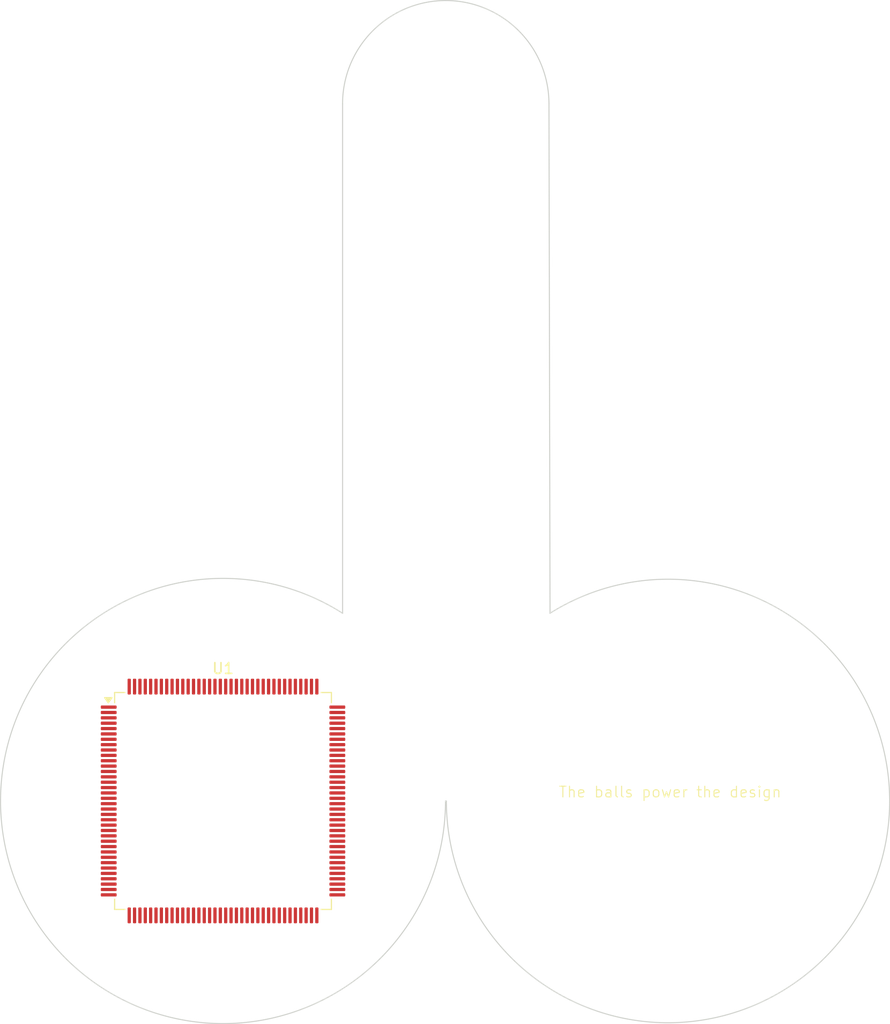
<source format=kicad_pcb>
(kicad_pcb (version 20240108) (generator "pcbnew") (generator_version "8.0")
  (layers (0 "F.Cu" signal) (31 "B.Cu" signal) (34 "B.Paste" user) (35 "F.Paste" user) (36 "B.SilkS" user "B.Silkscreen") (37 "F.SilkS" user "F.Silkscreen") (38 "B.Mask" user) (39 "F.Mask" user) (44 "Edge.Cuts" user))
  (net 0 "")
  (net 37 "Net-(U1-VSS-Pad107)")
  (footprint "Package_QFP:LQFP-144_20x20mm_P0.5mm" (layer "F.Cu") (at 86.5 113.25)
    (property "Reference" "U1" (at 0 -12.35 0) (layer "F.SilkS"))
    (property "Value" "STM32H7A3ZITx")
    (fp_line (start -10.11 -10.11) (end -10.11 -9.16) (stroke (width 0.12)) (layer "F.SilkS"))
    (fp_line (start -10.11 10.11) (end -10.11 9.16) (stroke (width 0.12)) (layer "F.SilkS"))
    (fp_line (start -9.16 -10.11) (end -10.11 -10.11) (stroke (width 0.12)) (layer "F.SilkS"))
    (fp_line (start -9.16 10.11) (end -10.11 10.11) (stroke (width 0.12)) (layer "F.SilkS"))
    (fp_line (start 9.16 -10.11) (end 10.11 -10.11) (stroke (width 0.12)) (layer "F.SilkS"))
    (fp_line (start 9.16 10.11) (end 10.11 10.11) (stroke (width 0.12)) (layer "F.SilkS"))
    (fp_line (start 10.11 -10.11) (end 10.11 -9.16) (stroke (width 0.12)) (layer "F.SilkS"))
    (fp_line (start 10.11 10.11) (end 10.11 9.16) (stroke (width 0.12)) (layer "F.SilkS"))
    (fp_poly (pts (xy -10.7 -9.16) (xy -11.04 -9.63) (xy -10.36 -9.63) (xy -10.7 -9.16)) (stroke (width 0.12)) (fill solid) (layer "F.SilkS"))
    (pad "1" smd roundrect (at -10.6625 -8.75) (size 1.475 0.3) (layers "F.Cu" "F.Paste" "F.Mask"))
    (pad "2" smd roundrect (at -10.6625 -8.25) (size 1.475 0.3) (layers "F.Cu" "F.Paste" "F.Mask"))
    (pad "3" smd roundrect (at -10.6625 -7.75) (size 1.475 0.3) (layers "F.Cu" "F.Paste" "F.Mask"))
    (pad "4" smd roundrect (at -10.6625 -7.25) (size 1.475 0.3) (layers "F.Cu" "F.Paste" "F.Mask"))
    (pad "5" smd roundrect (at -10.6625 -6.75) (size 1.475 0.3) (layers "F.Cu" "F.Paste" "F.Mask"))
    (pad "6" smd roundrect (at -10.6625 -6.25) (size 1.475 0.3) (layers "F.Cu" "F.Paste" "F.Mask"))
    (pad "7" smd roundrect (at -10.6625 -5.75) (size 1.475 0.3) (layers "F.Cu" "F.Paste" "F.Mask"))
    (pad "8" smd roundrect (at -10.6625 -5.25) (size 1.475 0.3) (layers "F.Cu" "F.Paste" "F.Mask"))
    (pad "9" smd roundrect (at -10.6625 -4.75) (size 1.475 0.3) (layers "F.Cu" "F.Paste" "F.Mask"))
    (pad "10" smd roundrect (at -10.6625 -4.25) (size 1.475 0.3) (layers "F.Cu" "F.Paste" "F.Mask"))
    (pad "11" smd roundrect (at -10.6625 -3.75) (size 1.475 0.3) (layers "F.Cu" "F.Paste" "F.Mask"))
    (pad "12" smd roundrect (at -10.6625 -3.25) (size 1.475 0.3) (layers "F.Cu" "F.Paste" "F.Mask"))
    (pad "13" smd roundrect (at -10.6625 -2.75) (size 1.475 0.3) (layers "F.Cu" "F.Paste" "F.Mask"))
    (pad "14" smd roundrect (at -10.6625 -2.25) (size 1.475 0.3) (layers "F.Cu" "F.Paste" "F.Mask"))
    (pad "15" smd roundrect (at -10.6625 -1.75) (size 1.475 0.3) (layers "F.Cu" "F.Paste" "F.Mask"))
    (pad "16" smd roundrect (at -10.6625 -1.25) (size 1.475 0.3) (layers "F.Cu" "F.Paste" "F.Mask") (net 37 "Net-(U1-VSS-Pad107)"))
    (pad "17" smd roundrect (at -10.6625 -0.75) (size 1.475 0.3) (layers "F.Cu" "F.Paste" "F.Mask"))
    (pad "18" smd roundrect (at -10.6625 -0.25) (size 1.475 0.3) (layers "F.Cu" "F.Paste" "F.Mask"))
    (pad "19" smd roundrect (at -10.6625 0.25) (size 1.475 0.3) (layers "F.Cu" "F.Paste" "F.Mask"))
    (pad "20" smd roundrect (at -10.6625 0.75) (size 1.475 0.3) (layers "F.Cu" "F.Paste" "F.Mask"))
    (pad "21" smd roundrect (at -10.6625 1.25) (size 1.475 0.3) (layers "F.Cu" "F.Paste" "F.Mask"))
    (pad "22" smd roundrect (at -10.6625 1.75) (size 1.475 0.3) (layers "F.Cu" "F.Paste" "F.Mask"))
    (pad "23" smd roundrect (at -10.6625 2.25) (size 1.475 0.3) (layers "F.Cu" "F.Paste" "F.Mask"))
    (pad "24" smd roundrect (at -10.6625 2.75) (size 1.475 0.3) (layers "F.Cu" "F.Paste" "F.Mask"))
    (pad "25" smd roundrect (at -10.6625 3.25) (size 1.475 0.3) (layers "F.Cu" "F.Paste" "F.Mask"))
    (pad "26" smd roundrect (at -10.6625 3.75) (size 1.475 0.3) (layers "F.Cu" "F.Paste" "F.Mask"))
    (pad "27" smd roundrect (at -10.6625 4.25) (size 1.475 0.3) (layers "F.Cu" "F.Paste" "F.Mask"))
    (pad "28" smd roundrect (at -10.6625 4.75) (size 1.475 0.3) (layers "F.Cu" "F.Paste" "F.Mask"))
    (pad "29" smd roundrect (at -10.6625 5.25) (size 1.475 0.3) (layers "F.Cu" "F.Paste" "F.Mask"))
    (pad "30" smd roundrect (at -10.6625 5.75) (size 1.475 0.3) (layers "F.Cu" "F.Paste" "F.Mask"))
    (pad "31" smd roundrect (at -10.6625 6.25) (size 1.475 0.3) (layers "F.Cu" "F.Paste" "F.Mask"))
    (pad "32" smd roundrect (at -10.6625 6.75) (size 1.475 0.3) (layers "F.Cu" "F.Paste" "F.Mask"))
    (pad "33" smd roundrect (at -10.6625 7.25) (size 1.475 0.3) (layers "F.Cu" "F.Paste" "F.Mask"))
    (pad "34" smd roundrect (at -10.6625 7.75) (size 1.475 0.3) (layers "F.Cu" "F.Paste" "F.Mask"))
    (pad "35" smd roundrect (at -10.6625 8.25) (size 1.475 0.3) (layers "F.Cu" "F.Paste" "F.Mask"))
    (pad "36" smd roundrect (at -10.6625 8.75) (size 1.475 0.3) (layers "F.Cu" "F.Paste" "F.Mask"))
    (pad "37" smd roundrect (at -8.75 10.6625) (size 0.3 1.475) (layers "F.Cu" "F.Paste" "F.Mask"))
    (pad "38" smd roundrect (at -8.25 10.6625) (size 0.3 1.475) (layers "F.Cu" "F.Paste" "F.Mask") (net 37 "Net-(U1-VSS-Pad107)"))
    (pad "39" smd roundrect (at -7.75 10.6625) (size 0.3 1.475) (layers "F.Cu" "F.Paste" "F.Mask"))
    (pad "40" smd roundrect (at -7.25 10.6625) (size 0.3 1.475) (layers "F.Cu" "F.Paste" "F.Mask"))
    (pad "41" smd roundrect (at -6.75 10.6625) (size 0.3 1.475) (layers "F.Cu" "F.Paste" "F.Mask"))
    (pad "42" smd roundrect (at -6.25 10.6625) (size 0.3 1.475) (layers "F.Cu" "F.Paste" "F.Mask"))
    (pad "43" smd roundrect (at -5.75 10.6625) (size 0.3 1.475) (layers "F.Cu" "F.Paste" "F.Mask"))
    (pad "44" smd roundrect (at -5.25 10.6625) (size 0.3 1.475) (layers "F.Cu" "F.Paste" "F.Mask"))
    (pad "45" smd roundrect (at -4.75 10.6625) (size 0.3 1.475) (layers "F.Cu" "F.Paste" "F.Mask"))
    (pad "46" smd roundrect (at -4.25 10.6625) (size 0.3 1.475) (layers "F.Cu" "F.Paste" "F.Mask"))
    (pad "47" smd roundrect (at -3.75 10.6625) (size 0.3 1.475) (layers "F.Cu" "F.Paste" "F.Mask"))
    (pad "48" smd roundrect (at -3.25 10.6625) (size 0.3 1.475) (layers "F.Cu" "F.Paste" "F.Mask"))
    (pad "49" smd roundrect (at -2.75 10.6625) (size 0.3 1.475) (layers "F.Cu" "F.Paste" "F.Mask"))
    (pad "50" smd roundrect (at -2.25 10.6625) (size 0.3 1.475) (layers "F.Cu" "F.Paste" "F.Mask"))
    (pad "51" smd roundrect (at -1.75 10.6625) (size 0.3 1.475) (layers "F.Cu" "F.Paste" "F.Mask") (net 37 "Net-(U1-VSS-Pad107)"))
    (pad "52" smd roundrect (at -1.25 10.6625) (size 0.3 1.475) (layers "F.Cu" "F.Paste" "F.Mask"))
    (pad "53" smd roundrect (at -0.75 10.6625) (size 0.3 1.475) (layers "F.Cu" "F.Paste" "F.Mask"))
    (pad "54" smd roundrect (at -0.25 10.6625) (size 0.3 1.475) (layers "F.Cu" "F.Paste" "F.Mask"))
    (pad "55" smd roundrect (at 0.25 10.6625) (size 0.3 1.475) (layers "F.Cu" "F.Paste" "F.Mask"))
    (pad "56" smd roundrect (at 0.75 10.6625) (size 0.3 1.475) (layers "F.Cu" "F.Paste" "F.Mask"))
    (pad "57" smd roundrect (at 1.25 10.6625) (size 0.3 1.475) (layers "F.Cu" "F.Paste" "F.Mask"))
    (pad "58" smd roundrect (at 1.75 10.6625) (size 0.3 1.475) (layers "F.Cu" "F.Paste" "F.Mask"))
    (pad "59" smd roundrect (at 2.25 10.6625) (size 0.3 1.475) (layers "F.Cu" "F.Paste" "F.Mask"))
    (pad "60" smd roundrect (at 2.75 10.6625) (size 0.3 1.475) (layers "F.Cu" "F.Paste" "F.Mask"))
    (pad "61" smd roundrect (at 3.25 10.6625) (size 0.3 1.475) (layers "F.Cu" "F.Paste" "F.Mask") (net 37 "Net-(U1-VSS-Pad107)"))
    (pad "62" smd roundrect (at 3.75 10.6625) (size 0.3 1.475) (layers "F.Cu" "F.Paste" "F.Mask"))
    (pad "63" smd roundrect (at 4.25 10.6625) (size 0.3 1.475) (layers "F.Cu" "F.Paste" "F.Mask"))
    (pad "64" smd roundrect (at 4.75 10.6625) (size 0.3 1.475) (layers "F.Cu" "F.Paste" "F.Mask"))
    (pad "65" smd roundrect (at 5.25 10.6625) (size 0.3 1.475) (layers "F.Cu" "F.Paste" "F.Mask"))
    (pad "66" smd roundrect (at 5.75 10.6625) (size 0.3 1.475) (layers "F.Cu" "F.Paste" "F.Mask"))
    (pad "67" smd roundrect (at 6.25 10.6625) (size 0.3 1.475) (layers "F.Cu" "F.Paste" "F.Mask"))
    (pad "68" smd roundrect (at 6.75 10.6625) (size 0.3 1.475) (layers "F.Cu" "F.Paste" "F.Mask"))
    (pad "69" smd roundrect (at 7.25 10.6625) (size 0.3 1.475) (layers "F.Cu" "F.Paste" "F.Mask"))
    (pad "70" smd roundrect (at 7.75 10.6625) (size 0.3 1.475) (layers "F.Cu" "F.Paste" "F.Mask"))
    (pad "71" smd roundrect (at 8.25 10.6625) (size 0.3 1.475) (layers "F.Cu" "F.Paste" "F.Mask"))
    (pad "72" smd roundrect (at 8.75 10.6625) (size 0.3 1.475) (layers "F.Cu" "F.Paste" "F.Mask"))
    (pad "73" smd roundrect (at 10.6625 8.75) (size 1.475 0.3) (layers "F.Cu" "F.Paste" "F.Mask"))
    (pad "74" smd roundrect (at 10.6625 8.25) (size 1.475 0.3) (layers "F.Cu" "F.Paste" "F.Mask"))
    (pad "75" smd roundrect (at 10.6625 7.75) (size 1.475 0.3) (layers "F.Cu" "F.Paste" "F.Mask"))
    (pad "76" smd roundrect (at 10.6625 7.25) (size 1.475 0.3) (layers "F.Cu" "F.Paste" "F.Mask"))
    (pad "77" smd roundrect (at 10.6625 6.75) (size 1.475 0.3) (layers "F.Cu" "F.Paste" "F.Mask"))
    (pad "78" smd roundrect (at 10.6625 6.25) (size 1.475 0.3) (layers "F.Cu" "F.Paste" "F.Mask"))
    (pad "79" smd roundrect (at 10.6625 5.75) (size 1.475 0.3) (layers "F.Cu" "F.Paste" "F.Mask"))
    (pad "80" smd roundrect (at 10.6625 5.25) (size 1.475 0.3) (layers "F.Cu" "F.Paste" "F.Mask"))
    (pad "81" smd roundrect (at 10.6625 4.75) (size 1.475 0.3) (layers "F.Cu" "F.Paste" "F.Mask"))
    (pad "82" smd roundrect (at 10.6625 4.25) (size 1.475 0.3) (layers "F.Cu" "F.Paste" "F.Mask"))
    (pad "83" smd roundrect (at 10.6625 3.75) (size 1.475 0.3) (layers "F.Cu" "F.Paste" "F.Mask") (net 37 "Net-(U1-VSS-Pad107)"))
    (pad "84" smd roundrect (at 10.6625 3.25) (size 1.475 0.3) (layers "F.Cu" "F.Paste" "F.Mask"))
    (pad "85" smd roundrect (at 10.6625 2.75) (size 1.475 0.3) (layers "F.Cu" "F.Paste" "F.Mask"))
    (pad "86" smd roundrect (at 10.6625 2.25) (size 1.475 0.3) (layers "F.Cu" "F.Paste" "F.Mask"))
    (pad "87" smd roundrect (at 10.6625 1.75) (size 1.475 0.3) (layers "F.Cu" "F.Paste" "F.Mask"))
    (pad "88" smd roundrect (at 10.6625 1.25) (size 1.475 0.3) (layers "F.Cu" "F.Paste" "F.Mask"))
    (pad "89" smd roundrect (at 10.6625 0.75) (size 1.475 0.3) (layers "F.Cu" "F.Paste" "F.Mask"))
    (pad "90" smd roundrect (at 10.6625 0.25) (size 1.475 0.3) (layers "F.Cu" "F.Paste" "F.Mask"))
    (pad "91" smd roundrect (at 10.6625 -0.25) (size 1.475 0.3) (layers "F.Cu" "F.Paste" "F.Mask"))
    (pad "92" smd roundrect (at 10.6625 -0.75) (size 1.475 0.3) (layers "F.Cu" "F.Paste" "F.Mask"))
    (pad "93" smd roundrect (at 10.6625 -1.25) (size 1.475 0.3) (layers "F.Cu" "F.Paste" "F.Mask"))
    (pad "94" smd roundrect (at 10.6625 -1.75) (size 1.475 0.3) (layers "F.Cu" "F.Paste" "F.Mask") (net 37 "Net-(U1-VSS-Pad107)"))
    (pad "95" smd roundrect (at 10.6625 -2.25) (size 1.475 0.3) (layers "F.Cu" "F.Paste" "F.Mask"))
    (pad "96" smd roundrect (at 10.6625 -2.75) (size 1.475 0.3) (layers "F.Cu" "F.Paste" "F.Mask"))
    (pad "97" smd roundrect (at 10.6625 -3.25) (size 1.475 0.3) (layers "F.Cu" "F.Paste" "F.Mask"))
    (pad "98" smd roundrect (at 10.6625 -3.75) (size 1.475 0.3) (layers "F.Cu" "F.Paste" "F.Mask"))
    (pad "99" smd roundrect (at 10.6625 -4.25) (size 1.475 0.3) (layers "F.Cu" "F.Paste" "F.Mask"))
    (pad "100" smd roundrect (at 10.6625 -4.75) (size 1.475 0.3) (layers "F.Cu" "F.Paste" "F.Mask"))
    (pad "101" smd roundrect (at 10.6625 -5.25) (size 1.475 0.3) (layers "F.Cu" "F.Paste" "F.Mask"))
    (pad "102" smd roundrect (at 10.6625 -5.75) (size 1.475 0.3) (layers "F.Cu" "F.Paste" "F.Mask"))
    (pad "103" smd roundrect (at 10.6625 -6.25) (size 1.475 0.3) (layers "F.Cu" "F.Paste" "F.Mask"))
    (pad "104" smd roundrect (at 10.6625 -6.75) (size 1.475 0.3) (layers "F.Cu" "F.Paste" "F.Mask"))
    (pad "105" smd roundrect (at 10.6625 -7.25) (size 1.475 0.3) (layers "F.Cu" "F.Paste" "F.Mask"))
    (pad "106" smd roundrect (at 10.6625 -7.75) (size 1.475 0.3) (layers "F.Cu" "F.Paste" "F.Mask"))
    (pad "107" smd roundrect (at 10.6625 -8.25) (size 1.475 0.3) (layers "F.Cu" "F.Paste" "F.Mask") (net 37 "Net-(U1-VSS-Pad107)"))
    (pad "108" smd roundrect (at 10.6625 -8.75) (size 1.475 0.3) (layers "F.Cu" "F.Paste" "F.Mask"))
    (pad "109" smd roundrect (at 8.75 -10.6625) (size 0.3 1.475) (layers "F.Cu" "F.Paste" "F.Mask"))
    (pad "110" smd roundrect (at 8.25 -10.6625) (size 0.3 1.475) (layers "F.Cu" "F.Paste" "F.Mask"))
    (pad "111" smd roundrect (at 7.75 -10.6625) (size 0.3 1.475) (layers "F.Cu" "F.Paste" "F.Mask"))
    (pad "112" smd roundrect (at 7.25 -10.6625) (size 0.3 1.475) (layers "F.Cu" "F.Paste" "F.Mask"))
    (pad "113" smd roundrect (at 6.75 -10.6625) (size 0.3 1.475) (layers "F.Cu" "F.Paste" "F.Mask"))
    (pad "114" smd roundrect (at 6.25 -10.6625) (size 0.3 1.475) (layers "F.Cu" "F.Paste" "F.Mask"))
    (pad "115" smd roundrect (at 5.75 -10.6625) (size 0.3 1.475) (layers "F.Cu" "F.Paste" "F.Mask"))
    (pad "116" smd roundrect (at 5.25 -10.6625) (size 0.3 1.475) (layers "F.Cu" "F.Paste" "F.Mask"))
    (pad "117" smd roundrect (at 4.75 -10.6625) (size 0.3 1.475) (layers "F.Cu" "F.Paste" "F.Mask"))
    (pad "118" smd roundrect (at 4.25 -10.6625) (size 0.3 1.475) (layers "F.Cu" "F.Paste" "F.Mask"))
    (pad "119" smd roundrect (at 3.75 -10.6625) (size 0.3 1.475) (layers "F.Cu" "F.Paste" "F.Mask"))
    (pad "120" smd roundrect (at 3.25 -10.6625) (size 0.3 1.475) (layers "F.Cu" "F.Paste" "F.Mask") (net 37 "Net-(U1-VSS-Pad107)"))
    (pad "121" smd roundrect (at 2.75 -10.6625) (size 0.3 1.475) (layers "F.Cu" "F.Paste" "F.Mask"))
    (pad "122" smd roundrect (at 2.25 -10.6625) (size 0.3 1.475) (layers "F.Cu" "F.Paste" "F.Mask"))
    (pad "123" smd roundrect (at 1.75 -10.6625) (size 0.3 1.475) (layers "F.Cu" "F.Paste" "F.Mask"))
    (pad "124" smd roundrect (at 1.25 -10.6625) (size 0.3 1.475) (layers "F.Cu" "F.Paste" "F.Mask"))
    (pad "125" smd roundrect (at 0.75 -10.6625) (size 0.3 1.475) (layers "F.Cu" "F.Paste" "F.Mask"))
    (pad "126" smd roundrect (at 0.25 -10.6625) (size 0.3 1.475) (layers "F.Cu" "F.Paste" "F.Mask"))
    (pad "127" smd roundrect (at -0.25 -10.6625) (size 0.3 1.475) (layers "F.Cu" "F.Paste" "F.Mask"))
    (pad "128" smd roundrect (at -0.75 -10.6625) (size 0.3 1.475) (layers "F.Cu" "F.Paste" "F.Mask"))
    (pad "129" smd roundrect (at -1.25 -10.6625) (size 0.3 1.475) (layers "F.Cu" "F.Paste" "F.Mask"))
    (pad "130" smd roundrect (at -1.75 -10.6625) (size 0.3 1.475) (layers "F.Cu" "F.Paste" "F.Mask") (net 37 "Net-(U1-VSS-Pad107)"))
    (pad "131" smd roundrect (at -2.25 -10.6625) (size 0.3 1.475) (layers "F.Cu" "F.Paste" "F.Mask"))
    (pad "132" smd roundrect (at -2.75 -10.6625) (size 0.3 1.475) (layers "F.Cu" "F.Paste" "F.Mask"))
    (pad "133" smd roundrect (at -3.25 -10.6625) (size 0.3 1.475) (layers "F.Cu" "F.Paste" "F.Mask"))
    (pad "134" smd roundrect (at -3.75 -10.6625) (size 0.3 1.475) (layers "F.Cu" "F.Paste" "F.Mask"))
    (pad "135" smd roundrect (at -4.25 -10.6625) (size 0.3 1.475) (layers "F.Cu" "F.Paste" "F.Mask"))
    (pad "136" smd roundrect (at -4.75 -10.6625) (size 0.3 1.475) (layers "F.Cu" "F.Paste" "F.Mask"))
    (pad "137" smd roundrect (at -5.25 -10.6625) (size 0.3 1.475) (layers "F.Cu" "F.Paste" "F.Mask"))
    (pad "138" smd roundrect (at -5.75 -10.6625) (size 0.3 1.475) (layers "F.Cu" "F.Paste" "F.Mask"))
    (pad "139" smd roundrect (at -6.25 -10.6625) (size 0.3 1.475) (layers "F.Cu" "F.Paste" "F.Mask"))
    (pad "140" smd roundrect (at -6.75 -10.6625) (size 0.3 1.475) (layers "F.Cu" "F.Paste" "F.Mask"))
    (pad "141" smd roundrect (at -7.25 -10.6625) (size 0.3 1.475) (layers "F.Cu" "F.Paste" "F.Mask"))
    (pad "142" smd roundrect (at -7.75 -10.6625) (size 0.3 1.475) (layers "F.Cu" "F.Paste" "F.Mask"))
    (pad "143" smd roundrect (at -8.25 -10.6625) (size 0.3 1.475) (layers "F.Cu" "F.Paste" "F.Mask"))
    (pad "144" smd roundrect (at -8.75 -10.6625) (size 0.3 1.475) (layers "F.Cu" "F.Paste" "F.Mask"))
  )
  (gr_arc (start 107.25024 113.25) (mid 68.307452 123.230163) (end 97.649999 95.750001) (stroke (width 0.1)) (layer "Edge.Cuts"))
  (gr_line (start 116.9 48.25) (end 117 95.75) (stroke (width 0.1)) (layer "Edge.Cuts"))
  (gr_arc (start 97.65 48.275) (mid 107.2625 38.6375) (end 116.9 48.25) (stroke (width 0.1)) (layer "Edge.Cuts"))
  (gr_arc (start 117 95.75) (mid 146.096741 123.24665) (end 107.331382 113.249999) (stroke (width 0.1)) (layer "Edge.Cuts"))
  (gr_line (start 107.331382 113.25) (end 107.25024 113.25) (stroke (width 0.05)) (layer "Edge.Cuts"))
  (gr_line (start 97.65 48.275) (end 97.65 95.75) (stroke (width 0.1)) (layer "Edge.Cuts"))
  (gr_text "The balls power the design" (at 117.75 113 0) (layer "F.SilkS") (effects (font (size 1 1) (thickness 0.1)) (justify left bottom)))
)
</source>
